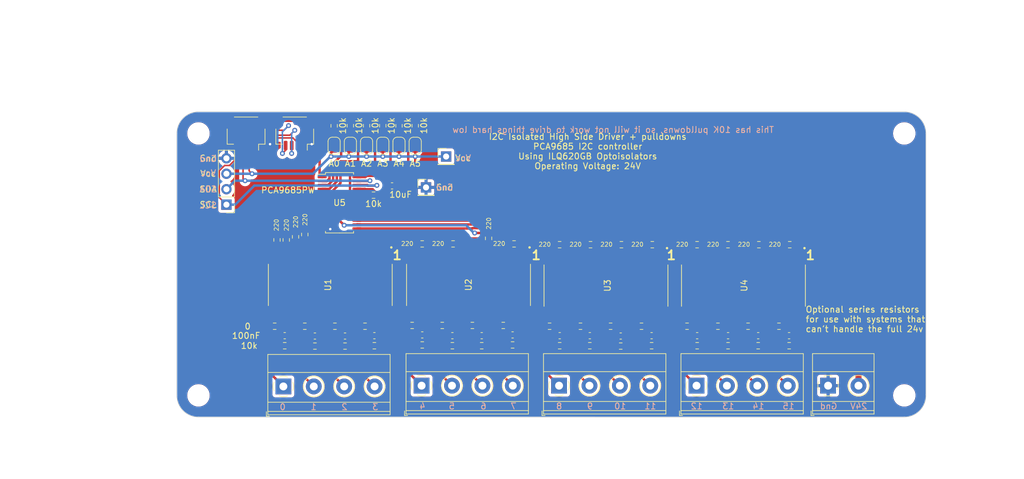
<source format=kicad_pcb>
(kicad_pcb (version 20221018) (generator pcbnew)
  (layers (0 "F.Cu" signal) (31 "B.Cu" signal) (34 "B.Paste" user) (35 "F.Paste" user) (36 "B.SilkS" user "B.Silkscreen") (37 "F.SilkS" user "F.Silkscreen") (38 "B.Mask" user) (39 "F.Mask" user) (44 "Edge.Cuts" user))
  (net 0 "")
  (net 1 "Net-(C1-Pad1)")
  (net 2 "GND")
  (net 3 "Net-(C2-Pad1)")
  (net 4 "Net-(C3-Pad1)")
  (net 5 "Net-(C4-Pad1)")
  (net 6 "Net-(C5-Pad1)")
  (net 7 "Net-(C6-Pad1)")
  (net 8 "Net-(C7-Pad1)")
  (net 9 "Net-(C8-Pad1)")
  (net 10 "Net-(C9-Pad1)")
  (net 11 "Net-(C10-Pad1)")
  (net 12 "Net-(C11-Pad1)")
  (net 13 "Net-(C12-Pad1)")
  (net 14 "Net-(C13-Pad1)")
  (net 15 "Net-(C14-Pad1)")
  (net 16 "Net-(C15-Pad1)")
  (net 17 "Net-(C16-Pad1)")
  (net 18 "VCC")
  (net 19 "+24V")
  (net 20 "/scl")
  (net 21 "/sda")
  (net 22 "Net-(J2-Pin_1)")
  (net 23 "Net-(J2-Pin_2)")
  (net 24 "Net-(J2-Pin_3)")
  (net 25 "Net-(J2-Pin_4)")
  (net 26 "Net-(J3-Pin_1)")
  (net 27 "Net-(J3-Pin_2)")
  (net 28 "Net-(R1-Pad1)")
  (net 29 "/pwm0")
  (net 30 "Net-(R2-Pad1)")
  (net 31 "/pwm1")
  (net 32 "Net-(R3-Pad1)")
  (net 33 "/pwm2")
  (net 34 "Net-(R4-Pad1)")
  (net 35 "/pwm3")
  (net 36 "Net-(R5-Pad1)")
  (net 37 "/pwm4")
  (net 38 "Net-(R6-Pad1)")
  (net 39 "/pwm5")
  (net 40 "Net-(R7-Pad1)")
  (net 41 "/pwm6")
  (net 42 "Net-(R8-Pad1)")
  (net 43 "/pwm7")
  (net 44 "Net-(R9-Pad1)")
  (net 45 "/pwm8")
  (net 46 "Net-(R10-Pad1)")
  (net 47 "/pwm9")
  (net 48 "Net-(R11-Pad1)")
  (net 49 "/pwm10")
  (net 50 "Net-(R12-Pad1)")
  (net 51 "/pwm11")
  (net 52 "Net-(R13-Pad1)")
  (net 53 "/pwm12")
  (net 54 "Net-(R14-Pad1)")
  (net 55 "/pwm13")
  (net 56 "Net-(R15-Pad1)")
  (net 57 "/pwm14")
  (net 58 "Net-(R16-Pad1)")
  (net 59 "/pwm15")
  (net 60 "Net-(J3-Pin_3)")
  (net 61 "Net-(J3-Pin_4)")
  (net 62 "Net-(J4-Pin_1)")
  (net 63 "Net-(J4-Pin_2)")
  (net 64 "Net-(J4-Pin_3)")
  (net 65 "Net-(J4-Pin_4)")
  (net 66 "Net-(J5-Pin_1)")
  (net 67 "Net-(J5-Pin_2)")
  (net 68 "Net-(J5-Pin_3)")
  (net 69 "Net-(J5-Pin_4)")
  (net 70 "Net-(JP1-B)")
  (net 71 "Net-(JP2-B)")
  (net 72 "Net-(JP3-B)")
  (net 73 "Net-(JP4-B)")
  (net 74 "Net-(JP5-B)")
  (net 75 "Net-(JP6-B)")
  (net 76 "Net-(U5-~{OE})")
  (footprint "TerminalBlock_Phoenix:TerminalBlock_Phoenix_MKDS-1,5-2_1x02_P5.00mm_Horizontal" (layer "F.Cu") (at 197.946 125.313)
    (fp_text reference "J1" hide)
    (fp_text value "power in")
  )
  (footprint "TerminalBlock_Phoenix:TerminalBlock_Phoenix_MKDS-1,5-4_1x04_P5.00mm_Horizontal" (layer "F.Cu") (at 153.703 125.313)
    (fp_text reference "J4" hide)
    (fp_text value "Conn_01x04")
  )
  (footprint "Resistor_SMD:R_0603_1608Metric" (layer "F.Cu") (at 167.259 115.5385 180)
    (fp_text reference "R51" hide)
    (fp_text value "0" hide)
  )
  (footprint "Resistor_SMD:R_0603_1608Metric" (layer "F.Cu") (at 153.797 102.1265 180)
    (fp_text reference "R9" hide)
    (fp_text value "220")
  )
  (footprint "Resistor_SMD:R_0603_1608Metric" (layer "F.Cu") (at 157.226 115.5385 180)
    (fp_text reference "R49" hide)
    (fp_text value "0" hide)
  )
  (footprint "Evan's misc parts:OPTO_ILQ620GB-X009" (layer "F.Cu") (at 116.078 108.7415 -90)
    (fp_text reference "U1")
    (fp_text value "ILQ620GB-X009")
  )
  (footprint "Resistor_SMD:R_0603_1608Metric" (layer "F.Cu") (at 134.493 115.4115 180)
    (fp_text reference "R45" hide)
    (fp_text value "0" hide)
  )
  (footprint "Resistor_SMD:R_0603_1608Metric" (layer "F.Cu") (at 131.204 118.618)
    (fp_text reference "R21" hide)
    (fp_text value "10k" hide)
  )
  (footprint "Resistor_SMD:R_0603_1608Metric" (layer "F.Cu") (at 139.446 115.4115 180)
    (fp_text reference "R46" hide)
    (fp_text value "0" hide)
  )
  (footprint "Capacitor_SMD:C_0603_1608Metric" (layer "F.Cu") (at 186.449 117.094)
    (fp_text reference "C15" hide)
    (fp_text value "100nF" hide)
  )
  (footprint "Evan's misc parts:OPTO_ILQ620GB-X009" (layer "F.Cu") (at 184.023 108.8575 -90)
    (fp_text reference "U4")
    (fp_text value "ILQ620GB-X009")
  )
  (footprint "Capacitor_SMD:C_0603_1608Metric" (layer "F.Cu") (at 168.923 117.094)
    (fp_text reference "C12" hide)
    (fp_text value "100nF" hide)
  )
  (footprint "Resistor_SMD:R_0603_1608Metric" (layer "F.Cu") (at 146.063 118.618)
    (fp_text reference "R24" hide)
    (fp_text value "10k" hide)
  )
  (footprint "Jumper:SolderJumper-2_P1.3mm_Open_RoundedPad1.0x1.5mm" (layer "F.Cu") (at 130.048 85.852 90)
    (fp_text reference "JP6" hide)
    (fp_text value "Jumper_2_Open" hide)
  )
  (footprint "Capacitor_SMD:C_0603_1608Metric" (layer "F.Cu") (at 108.585 117.094)
    (fp_text reference "C1" hide)
    (fp_text value "100nF")
  )
  (footprint "Capacitor_SMD:C_0603_1608Metric" (layer "F.Cu") (at 181.496 117.094)
    (fp_text reference "C14" hide)
    (fp_text value "100nF" hide)
  )
  (footprint "Resistor_SMD:R_0603_1608Metric" (layer "F.Cu") (at 116.713 82.58 90)
    (fp_text reference "R33" hide)
    (fp_text value "10k")
  )
  (footprint "Resistor_SMD:R_0603_1608Metric" (layer "F.Cu") (at 131.191 101.9995 180)
    (fp_text reference "R5" hide)
    (fp_text value "220")
  )
  (footprint "Resistor_SMD:R_0603_1608Metric" (layer "F.Cu") (at 113.551 118.8005)
    (fp_text reference "R18" hide)
    (fp_text value "10k" hide)
  )
  (footprint "Jumper:SolderJumper-2_P1.3mm_Open_RoundedPad1.0x1.5mm" (layer "F.Cu") (at 122.047 85.852 90)
    (fp_text reference "JP3" hide)
    (fp_text value "Jumper_2_Open" hide)
  )
  (footprint "Resistor_SMD:R_0603_1608Metric" (layer "F.Cu") (at 152.146 115.5385 180)
    (fp_text reference "R48" hide)
    (fp_text value "0" hide)
  )
  (footprint "Resistor_SMD:R_0603_1608Metric" (layer "F.Cu") (at 191.542 118.745)
    (fp_text reference "R32" hide)
    (fp_text value "10k" hide)
  )
  (footprint "Resistor_SMD:R_0603_1608Metric" (layer "F.Cu") (at 108.839 101.346 90)
    (fp_text reference "R2" hide)
    (fp_text value "220")
  )
  (footprint "Resistor_SMD:R_0603_1608Metric" (layer "F.Cu") (at 184.785 115.5385 180)
    (fp_text reference "R54" hide)
    (fp_text value "0" hide)
  )
  (footprint "Capacitor_SMD:C_0603_1608Metric" (layer "F.Cu") (at 158.763 117.094)
    (fp_text reference "C10" hide)
    (fp_text value "100nF" hide)
  )
  (footprint "Resistor_SMD:R_0603_1608Metric" (layer "F.Cu") (at 111.887 115.5385 180)
    (fp_text reference "R41" hide)
    (fp_text value "0" hide)
  )
  (footprint "Capacitor_SMD:C_0603_1608Metric" (layer "F.Cu") (at 163.843 117.1495)
    (fp_text reference "C11" hide)
    (fp_text value "100nF" hide)
  )
  (footprint "Resistor_SMD:R_0603_1608Metric" (layer "F.Cu") (at 121.793 115.5385 180)
    (fp_text reference "R43" hide)
    (fp_text value "0" hide)
  )
  (footprint "Resistor_SMD:R_0603_1608Metric" (layer "F.Cu") (at 163.843 118.8005)
    (fp_text reference "R27" hide)
    (fp_text value "10k" hide)
  )
  (footprint "Capacitor_SMD:C_0603_1608Metric" (layer "F.Cu") (at 146.063 116.967)
    (fp_text reference "C8" hide)
    (fp_text value "100nF" hide)
  )
  (footprint "Capacitor_SMD:C_0603_1608Metric" (layer "F.Cu") (at 140.983 117.094)
    (fp_text reference "C7" hide)
    (fp_text value "100nF" hide)
  )
  (footprint "TerminalBlock_Phoenix:TerminalBlock_Phoenix_MKDS-1,5-4_1x04_P5.00mm_Horizontal" (layer "F.Cu") (at 108.364 125.44)
    (fp_text reference "J2" hide)
    (fp_text value "Conn_01x04")
  )
  (footprint "Jumper:SolderJumper-2_P1.3mm_Open_RoundedPad1.0x1.5mm" (layer "F.Cu") (at 116.713 85.852 90)
    (fp_text reference "JP1" hide)
    (fp_text value "Jumper_2_Open" hide)
  )
  (footprint "Resistor_SMD:R_0603_1608Metric" (layer "F.Cu") (at 176.416 118.745)
    (fp_text reference "R29" hide)
    (fp_text value "10k" hide)
  )
  (footprint "Resistor_SMD:R_0603_1608Metric" (layer "F.Cu") (at 118.504 118.8005)
    (fp_text reference "R19" hide)
    (fp_text value "10k" hide)
  )
  (footprint "MountingHole:MountingHole_3.2mm_M3" (layer "F.Cu") (at 94.4 83.834)
    (fp_text reference "REF**" hide)
    (fp_text value "MountingHole_3.2mm_M3")
  )
  (footprint "Resistor_SMD:R_0603_1608Metric" (layer "F.Cu") (at 153.81 118.745)
    (fp_text reference "R25" hide)
    (fp_text value "10k" hide)
  )
  (footprint "Resistor_SMD:R_0603_1608Metric" (layer "F.Cu") (at 169.037 102.1265 180)
    (fp_text reference "R12" hide)
    (fp_text value "220")
  )
  (footprint "Capacitor_SMD:C_0603_1608Metric" (layer "F.Cu") (at 191.529 117.094)
    (fp_text reference "C16" hide)
    (fp_text value "100nF" hide)
  )
  (footprint "TerminalBlock_Phoenix:TerminalBlock_Phoenix_MKDS-1,5-4_1x04_P5.00mm_Horizontal" (layer "F.Cu") (at 131.097 125.313)
    (fp_text reference "J3" hide)
    (fp_text value "Conn_01x04")
  )
  (footprint "Resistor_SMD:R_0603_1608Metric" (layer "F.Cu") (at 110.363 100.838 90)
    (fp_text reference "R3" hide)
    (fp_text value "220")
  )
  (footprint "Resistor_SMD:R_0603_1608Metric" (layer "F.Cu") (at 106.934 115.5385 180)
    (fp_text reference "R40" hide)
    (fp_text value "0")
  )
  (footprint "Connector_JST:JST_SH_SM04B-SRSS-TB_1x04-1MP_P1.00mm_Horizontal" (layer "F.Cu") (at 110.236 83.82 180)
    (fp_text reference "J7" hide)
    (fp_text value "qwiic 1")
  )
  (footprint "Jumper:SolderJumper-2_P1.3mm_Open_RoundedPad1.0x1.5mm" (layer "F.Cu") (at 119.38 85.852 90)
    (fp_text reference "JP2" hide)
    (fp_text value "Jumper_2_Open" hide)
  )
  (footprint "Capacitor_SMD:C_0603_1608Metric" (layer "F.Cu") (at 126.238 92.456)
    (fp_text reference "C17" hide)
    (fp_text value "10uF")
  )
  (footprint "Resistor_SMD:R_0603_1608Metric" (layer "F.Cu") (at 162.179 115.5385 180)
    (fp_text reference "R50" hide)
    (fp_text value "0" hide)
  )
  (footprint "Resistor_SMD:R_0603_1608Metric" (layer "F.Cu") (at 163.957 102.1265 180)
    (fp_text reference "R11" hide)
    (fp_text value "220")
  )
  (footprint "Resistor_SMD:R_0603_1608Metric" (layer "F.Cu") (at 123.33 118.745)
    (fp_text reference "R20" hide)
    (fp_text value "10k" hide)
  )
  (footprint "Resistor_SMD:R_0603_1608Metric" (layer "F.Cu") (at 111.887 100.457 90)
    (fp_text reference "R4" hide)
    (fp_text value "220")
  )
  (footprint "Resistor_SMD:R_0603_1608Metric" (layer "F.Cu") (at 130.048 82.565 90)
    (fp_text reference "R38" hide)
    (fp_text value "10k")
  )
  (footprint "Resistor_SMD:R_0603_1608Metric" (layer "F.Cu") (at 129.54 115.4115 180)
    (fp_text reference "R44" hide)
    (fp_text value "0" hide)
  )
  (footprint "Connector_PinHeader_2.54mm:PinHeader_1x04_P2.54mm_Vertical" (layer "F.Cu") (at 99 95.544 180)
    (fp_text reference "J6" hide)
    (fp_text value "to qwiic breakout")
  )
  (footprint "Resistor_SMD:R_0603_1608Metric" (layer "F.Cu") (at 123.19 93.98)
    (fp_text reference "R39" hide)
    (fp_text value "10k")
  )
  (footprint "Capacitor_SMD:C_0603_1608Metric" (layer "F.Cu") (at 136.157 117.094)
    (fp_text reference "C6" hide)
    (fp_text value "100nF" hide)
  )
  (footprint "Resistor_SMD:R_0603_1608Metric" (layer "F.Cu") (at 158.877 102.1265 180)
    (fp_text reference "R10" hide)
    (fp_text value "220")
  )
  (footprint "Resistor_SMD:R_0603_1608Metric" (layer "F.Cu") (at 140.983 118.745)
    (fp_text reference "R23" hide)
    (fp_text value "10k" hide)
  )
  (footprint "Capacitor_SMD:C_0603_1608Metric" (layer "F.Cu") (at 113.551 117.1495)
    (fp_text reference "C2" hide)
    (fp_text value "100nF" hide)
  )
  (footprint "Resistor_SMD:R_0603_1608Metric" (layer "F.Cu") (at 181.483 102.1265 180)
    (fp_text reference "R14" hide)
    (fp_text value "220")
  )
  (footprint "Capacitor_SMD:C_0603_1608Metric" (layer "F.Cu") (at 176.416 117.094)
    (fp_text reference "C13" hide)
    (fp_text value "100nF" hide)
  )
  (footprint "Package_SO:TSSOP-28_4.4x9.7mm_P0.65mm" (layer "F.Cu") (at 117.602 95.239)
    (fp_text reference "U5")
    (fp_text value "PCA9685PW")
  )
  (footprint "TerminalBlock_Phoenix:TerminalBlock_Phoenix_MKDS-1,5-4_1x04_P5.00mm_Horizontal" (layer "F.Cu") (at 176.309 125.313)
    (fp_text reference "J5" hide)
    (fp_text value "Conn_01x04")
  )
  (footprint "Resistor_SMD:R_0603_1608Metric" (layer "F.Cu") (at 127.381 82.58 90)
    (fp_text reference "R37" hide)
    (fp_text value "10k")
  )
  (footprint "Connector_PinHeader_2.54mm:PinHeader_1x01_P2.54mm_Vertical" (layer "F.Cu") (at 131.826 92.71)
    (fp_text reference "J10" hide)
    (fp_text value "Conn_01x01" hide)
  )
  (footprint "MountingHole:MountingHole_3.2mm_M3" (layer "F.Cu") (at 210.479 83.834)
    (fp_text reference "REF**" hide)
    (fp_text value "MountingHole_3.2mm_M3")
  )
  (footprint "Resistor_SMD:R_0603_1608Metric" (layer "F.Cu") (at 108.585 118.745)
    (fp_text reference "R17" hide)
    (fp_text value "10k")
  )
  (footprint "Resistor_SMD:R_0603_1608Metric" (layer "F.Cu") (at 146.304 101.9995 180)
    (fp_text reference "R8" hide)
    (fp_text value "220")
  )
  (footprint "Resistor_SMD:R_0603_1608Metric" (layer "F.Cu") (at 168.923 118.745)
    (fp_text reference "R28" hide)
    (fp_text value "10k" hide)
  )
  (footprint "Resistor_SMD:R_0603_1608Metric" (layer "F.Cu") (at 179.832 115.5385 180)
    (fp_text reference "R53" hide)
    (fp_text value "0" hide)
  )
  (footprint "Resistor_SMD:R_0603_1608Metric" (layer "F.Cu") (at 136.157 118.745)
    (fp_text reference "R22" hide)
    (fp_text value "10k" hide)
  )
  (footprint "Connector_JST:JST_SH_SM04B-SRSS-TB_1x04-1MP_P1.00mm_Horizontal" (layer "F.Cu") (at 102.235 83.82 180)
    (fp_text reference "J8" hide)
    (fp_text value "qwiic 2")
  )
  (footprint "Resistor_SMD:R_0603_1608Metric" (layer "F.Cu") (at 174.752 115.5385 180)
    (fp_text reference "R52" hide)
    (fp_text value "0" hide)
  )
  (footprint "Connector_PinHeader_2.54mm:PinHeader_1x01_P2.54mm_Vertical" (layer "F.Cu") (at 135.128 87.63)
    (fp_text reference "J9" hide)
    (fp_text value "Conn_01x01" hide)
  )
  (footprint "Resistor_SMD:R_0603_1608Metric" (layer "F.Cu") (at 107.315 101.346 90)
    (fp_text reference "R1" hide)
    (fp_text value "220")
  )
  (footprint "Capacitor_SMD:C_0603_1608Metric" (layer "F.Cu") (at 118.504 117.1495)
    (fp_text reference "C3" hide)
    (fp_text value "100nF" hide)
  )
  (footprint "Capacitor_SMD:C_0603_1608Metric" (layer "F.Cu") (at 131.204 116.967)
    (fp_text reference "C5" hide)
    (fp_text value "100nF" hide)
  )
  (footprint "MountingHole:MountingHole_3.2mm_M3" (layer "F.Cu") (at 210.479 126.913)
    (fp_text reference "REF**" hide)
    (fp_text value "MountingHole_3.2mm_M3")
  )
  (footprint "Resistor_SMD:R_0603_1608Metric" (layer "F.Cu") (at 124.714 82.565 90)
    (fp_text reference "R36" hide)
    (fp_text value "10k")
  )
  (footprint "Resistor_SMD:R_0603_1608Metric" (layer "F.Cu") (at 191.643 102.1265 180)
    (fp_text reference "R16" hide)
    (fp_text value "220")
  )
  (footprint "Resistor_SMD:R_0603_1608Metric" (layer "F.Cu") (at 122.047 82.565 90)
    (fp_text reference "R35" hide)
    (fp_text value "10k")
  )
  (footprint "Jumper:SolderJumper-2_P1.3mm_Open_RoundedPad1.0x1.5mm" (layer "F.Cu") (at 127.381 85.852 90)
    (fp_text reference "JP5" hide)
    (fp_text value "Jumper_2_Open" hide)
  )
  (footprint "Resistor_SMD:R_0603_1608Metric" (layer "F.Cu") (at 144.526 115.4115 180)
    (fp_text reference "R47" hide)
    (fp_text value "0" hide)
  )
  (footprint "Resistor_SMD:R_0603_1608Metric" (layer "F.Cu") (at 158.763 118.745)
    (fp_text reference "R26" hide)
    (fp_text value "10k" hide)
  )
  (footprint "Evan's misc parts:OPTO_ILQ620GB-X009" (layer "F.Cu") (at 138.811 108.7415 -90)
    (fp_text reference "U2")
    (fp_text value "ILQ620GB-X009")
  )
  (footprint "Jumper:SolderJumper-2_P1.3mm_Open_RoundedPad1.0x1.5mm" (layer "F.Cu") (at 124.714 85.852 90)
    (fp_text reference "JP4" hide)
    (fp_text value "Jumper_2_Open" hide)
  )
  (footprint "Evan's misc parts:OPTO_ILQ620GB-X009" (layer "F.Cu") (at 161.417 108.8575 -90)
    (fp_text reference "U3")
    (fp_text value "ILQ620GB-X009")
  )
  (footprint "Resistor_SMD:R_0603_1608Metric" (layer "F.Cu") (at 176.403 102.1265 180)
    (fp_text reference "R13" hide)
    (fp_text value "220")
  )
  (footprint "Capacitor_SMD:C_0603_1608Metric" (layer "F.Cu") (at 123.33 117.094)
    (fp_text reference "C4" hide)
    (fp_text value "100nF" hide)
  )
  (footprint "Resistor_SMD:R_0603_1608Metric" (layer "F.Cu") (at 116.84 115.5385 180)
    (fp_text reference "R42" hide)
    (fp_text value "0" hide)
  )
  (footprint "Resistor_SMD:R_0603_1608Metric" (layer "F.Cu") (at 142.113 101.092 90)
    (fp_text reference "R7" hide)
    (fp_text value "220")
  )
  (footprint "Resistor_SMD:R_0603_1608Metric" (layer "F.Cu") (at 136.271 101.9995 180)
    (fp_text reference "R6" hide)
    (fp_text value "220")
  )
  (footprint "Resistor_SMD:R_0603_1608Metric" (layer "F.Cu") (at 186.449 118.745)
    (fp_text reference "R31" hide)
    (fp_text value "10k" hide)
  )
  (footprint "Resistor_SMD:R_0603_1608Metric" (layer "F.Cu") (at 181.496 118.745)
    (fp_text reference "R30" hide)
    (fp_text value "10k" hide)
  )
  (footprint "MountingHole:MountingHole_3.2mm_M3" (layer "F.Cu") (at 94.4 126.913)
    (fp_text reference "REF**" hide)
    (fp_text value "MountingHole_3.2mm_M3")
  )
  (footprint "Resistor_SMD:R_0603_1608Metric" (layer "F.Cu") (at 189.865 115.5385 180)
    (fp_text reference "R55" hide)
    (fp_text value "0" hide)
  )
  (footprint "Resistor_SMD:R_0603_1608Metric" (layer "F.Cu") (at 119.38 82.565 90)
    (fp_text reference "R34" hide)
    (fp_text value "10k")
  )
  (footprint "Capacitor_SMD:C_0603_1608Metric" (layer "F.Cu") (at 153.81 117.094)
    (fp_text reference "C9" hide)
    (fp_text value "100nF" hide)
  )
  (footprint "Resistor_SMD:R_0603_1608Metric" (layer "F.Cu") (at 186.563 102.1265 180)
    (fp_text reference "R15" hide)
    (fp_text value "220")
  )
  (gr_arc (start 94.4 130.469) (mid 91.885528 129.427472) (end 90.844 126.913) (stroke (width 0.1)) (layer "Edge.Cuts"))
  (gr_line (start 90.844 83.834) (end 90.844 126.913) (stroke (width 0.1)) (layer "Edge.Cuts"))
  (gr_line (start 94.4 80.278) (end 210.479 80.278) (stroke (width 0.1)) (layer "Edge.Cuts"))
  (gr_line (start 210.479 130.471267) (end 94.4 130.469) (stroke (width 0.1)) (layer "Edge.Cuts"))
  (gr_arc (start 214.035 126.786) (mid 213.039582 129.383766) (end 210.479 130.471267) (stroke (width 0.1)) (layer "Edge.Cuts"))
  (gr_arc (start 90.844 83.834) (mid 91.885528 81.319528) (end 94.4 80.278) (stroke (width 0.1)) (layer "Edge.Cuts"))
  (gr_arc (start 210.479 80.278) (mid 212.993472 81.319528) (end 214.035 83.834) (stroke (width 0.1)) (layer "Edge.Cuts"))
  (gr_line (start 214.035 83.834) (end 214.035 126.786) (stroke (width 0.1)) (layer "Edge.Cuts"))
  (gr_text "11" (at 168.696 128.691) (layer "B.SilkS") (effects (font (size 1 1)) (justify mirror)))
  (gr_text "1" (at 113.324 128.818) (layer "B.SilkS") (effects (font (size 1 1)) (justify mirror)))
  (gr_text "Gnd" (at 198.033 128.691) (layer "B.SilkS") (effects (font (size 1 1)) (justify mirror)))
  (gr_text "13" (at 181.523 128.691) (layer "B.SilkS") (effects (font (size 1 1)) (justify mirror)))
  (gr_text "Vcc" (at 137.922 87.884) (layer "B.SilkS") (effects (font (size 1 1)) (justify mirror)))
  (gr_text "This has 10K pulldowns, so it will not work to drive things hard low" (at 162.6 83.225) (layer "B.SilkS") (effects (font (size 1 1)) (justify mirror)))
  (gr_text "0" (at 108.244 128.818) (layer "B.SilkS") (effects (font (size 1 1)) (justify mirror)))
  (gr_text "6" (at 141.264 128.691) (layer "B.SilkS") (effects (font (size 1 1)) (justify mirror)))
  (gr_text "Gnd" (at 96 88) (layer "B.SilkS") (effects (font (size 1 1)) (justify mirror)))
  (gr_text "SCL" (at 96 95.671) (layer "B.SilkS") (effects (font (size 1 1)) (justify mirror)))
  (gr_text "Gnd" (at 134.874 92.71) (layer "B.SilkS") (effects (font (size 1 1)) (justify mirror)))
  (gr_text "14" (at 186.476 128.691) (layer "B.SilkS") (effects (font (size 1 1)) (justify mirror)))
  (gr_text "9" (at 158.79 128.691) (layer "B.SilkS") (effects (font (size 1 1)) (justify mirror)))
  (gr_text "12" (at 176.316 128.691) (layer "B.SilkS") (effects (font (size 1 1)) (justify mirror)))
  (gr_text "24V" (at 202.986 128.691) (layer "B.SilkS") (effects (font (size 1 1)) (justify mirror)))
  (gr_text "10" (at 163.743 128.691) (layer "B.SilkS") (effects (font (size 1 1)) (justify mirror)))
  (gr_text "5" (at 136.057 128.691) (layer "B.SilkS") (effects (font (size 1 1)) (justify mirror)))
  (gr_text "8" (at 153.71 128.691) (layer "B.SilkS") (effects (font (size 1 1)) (justify mirror)))
  (gr_text "2" (at 118.404 128.818) (layer "B.SilkS") (effects (font (size 1 1)) (justify mirror)))
  (gr_text "7" (at 146.217 128.691) (layer "B.SilkS") (effects (font (size 1 1)) (justify mirror)))
  (gr_text "3" (at 123.484 128.818) (layer "B.SilkS") (effects (font (size 1 1)) (justify mirror)))
  (gr_text "15" (at 191.429 128.691) (layer "B.SilkS") (effects (font (size 1 1)) (justify mirror)))
  (gr_text "Vcc" (at 96 90.337) (layer "B.SilkS") (effects (font (size 1 1)) (justify mirror)))
  (gr_text "4" (at 131.231 128.691) (layer "B.SilkS") (effects (font (size 1 1)) (justify mirror)))
  (gr_text "SDA" (at 96 93) (layer "B.SilkS") (effects (font (size 1 1)) (justify mirror)))
  (gr_text "I2C Isolated High Side Driver + pulldowns\nPCA9685 I2C controller\nUsing ILQ620GB Optoisolators\nOperating Voltage: 24V\n" (at 158.409 86.781) (layer "F.SilkS") (effects (font (size 1 1))))
  (gr_text "Gnd" (at 134.874 92.71) (layer "F.SilkS") (effects (font (size 1 1))))
  (gr_text "A2" (at 122.047 88.773) (layer "F.SilkS") (effects (font (size 1 1))))
  (gr_text "A4" (at 127.381 88.773) (layer "F.SilkS") (effects (font (size 1 1))))
  (gr_text "Optional series resistors\nfor use with systems that\ncan't handle the full 24v" (at 194.183 116.586) (layer "F.SilkS") (effects (font (size 1 1)) (justify left bottom)))
  (gr_text "1" (at 127.087 103.8645) (layer "F.SilkS") (effects (font (size 1.5 1.5) (thickness 0.3))))
  (gr_text "Vcc" (at 137.922 87.884) (layer "F.SilkS") (effects (font (size 1 1))))
  (gr_text "SCL" (at 96 95.544) (layer "F.SilkS") (effects (font (size 1 1))))
  (gr_text "1" (at 172.172 103.8645) (layer "F.SilkS") (effects (font (size 1.5 1.5) (thickness 0.3))))
  (gr_text "A3" (at 124.714 88.773) (layer "F.SilkS") (effects (font (size 1 1))))
  (gr_text "A1" (at 119.38 88.773) (layer "F.SilkS") (effects (font (size 1 1))))
  (gr_text "1" (at 195.032 103.8645) (layer "F.SilkS") (effects (font (size 1.5 1.5) (thickness 0.3))))
  (gr_text "SDA" (at 96 93) (layer "F.SilkS") (effects (font (size 1 1))))
  (gr_text "Vcc" (at 96 90.434) (layer "F.SilkS") (effects (font (size 1 1))))
  (gr_text "A5" (at 130.048 88.773) (layer "F.SilkS") (effects (font (size 1 1))))
  (gr_text "1" (at 149.947 103.8645) (layer "F.SilkS") (effects (font (size 1.5 1.5) (thickness 0.3))))
  (gr_text "Gnd" (at 96 87.934) (layer "F.SilkS") (effects (font (size 1 1))))
  (gr_text "A0" (at 116.713 88.773) (layer "F.SilkS") (effects (font (size 1 1))))
  (segment (start 107.759 115.5385) (end 107.759 118.744) (width 0.4) (layer "F.Cu") (net 1))
  (segment (start 107.188 114.9675) (end 107.759 115.5385) (width 0.4) (layer "F.Cu") (net 1))
  (segment (start 107.188 113.5015) (end 107.188 114.9675) (width 0.4) (layer "F.Cu") (net 1))
  (segment (start 107.759 118.744) (end 107.76 118.745) (width 0.4) (layer "F.Cu") (net 1))
  (segment (start 145.161 106.807) (end 152.527 106.807) (width 0.4) (layer "F.Cu") (net 2))
  (segment (start 112.395 106.807) (end 107.442 106.807) (width 0.4) (layer "F.Cu") (net 2))
  (segment (start 185.293 106.807) (end 190.373 106.807) (width 0.4) (layer "F.Cu") (net 2))
  (segment (start 134.493 106.807) (end 135.001 106.807) (width 0.4) (layer "F.Cu") (net 2))
  (segment (start 175.133 106.68) (end 175.26 106.807) (width 0.4) (layer "F.Cu") (net 2))
  (segment (start 139.827 106.807) (end 145.161 106.807) (width 0.4) (layer "F.Cu") (net 2))
  (segment (start 127 92.469) (end 127.013 92.456) (width 0.4) (layer "F.Cu") (net 2))
  (segment (start 122.428 106.807) (end 122.174 106.807) (width 0.4) (layer "F.Cu") (net 2))
  (segment (start 112.268 103.9815) (end 112.268 106.68) (width 0.4) (layer "F.Cu") (net 2))
  (segment (start 157.607 106.807) (end 157.607 104.0975) (width 0.4) (layer "F.Cu") (net 2))
  (segment (start 167.767 106.68) (end 167.894 106.807) (width 0.4) (layer "F.Cu") (net 2))
  (segment (start 107.442 106.807) (end 107.188 106.553) (width 0.4) (layer "F.Cu") (net 2))
  (segment (start 140.081 106.807) (end 140.081 103.9815) (width 0.4) (layer "F.Cu") (net 2))
  (segment (start 112.268 106.68) (end 112.395 106.807) (width 0.4) (layer "F.Cu") (net 2))
  (segment (start 167.894 106.807) (end 175.26 106.807) (width 0.4) (layer "F.Cu") (net 2))
  (segment (start 127 93.98) (end 127 92.469) (width 0.4) (layer "F.Cu") (net 2))
  (segment (start 180.34 106.807) (end 185.293 106.807) (width 0.4) (layer "F.Cu") (net 2))
  (segment (start 124.015 93.98) (end 127 93.98) (width 0.4) (layer "F.Cu") (net 2))
  (segment (start 129.921 106.807) (end 129.921 103.9815) (width 0.4) (layer "F.Cu") (net 2))
  (segment (start 139.827 106.807) (end 140.081 106.807) (width 0.4) (layer "F.Cu") (net 2))
  (segment (start 99.435 85.731) (end 99 86.166) (width 0.4) (layer "F.Cu") (net 2))
  (segment (start 134.493 106.807) (end 139.827 106.807) (width 0.4) (layer "F.Cu") (net 2))
  (segment (start 107.188 106.553) (end 107.188 103.9815) (width 0.4) (layer "F.Cu") (net 2))
  (segment (start 117.475 104.1085) (end 117.348 103.9815) (width 0.4) (layer "F.Cu") (net 2))
  (segment (start 157.607 106.807) (end 162.687 106.807) (width 0.4) (layer "F.Cu") (net 2))
  (segment (start 180.213 106.68) (end 180.34 106.807) (width 0.4) (layer "F.Cu") (net 2))
  (segment (start 162.687 106.807) (end 162.687 104.0975) (width 0.4) (layer "F.Cu") (net 2))
  (segment (start 122.428 103.9815) (end 122.428 106.807) (width 0.4) (layer "F.Cu") (net 2))
  (segment (start 123.042 93.007) (end 124.015 93.98) (width 0.4) (layer "F.Cu") (net 2))
  (segment (start 180.213 104.0975) (end 180.213 106.68) (width 0.4) (layer "F.Cu") (net 2))
  (segment (start 117.475 106.807) (end 112.395 106.807) (width 0.4) (layer "F.Cu") (net 2))
  (segment (start 120.4645 92.964) (end 121.793 92.964) (width 0.4) (layer "F.Cu") (net 2))
  (segment (start 112.841 81.75) (end 113.036 81.945) (width 0.4) (layer "F.Cu") (net 2))
  (segment (start 129.921 106.807) (end 134.493 106.807) (width 0.4) (layer "F.Cu") (net 2))
  (segment (start 175.26 106.807) (end 180.34 106.807) (width 0.4) (layer "F.Cu") (net 2))
  (segment (start 121.836 93.007) (end 123.042 93.007) (width 0.4) (layer "F.Cu") (net 2))
  (segment (start 99.435 81.945) (end 99.435 85.731) (width 0.4) (layer "F.Cu") (net 2))
  (segment (start 117.475 106.807) (end 117.475 104.1085) (width 0.4) (layer "F.Cu") (net 2))
  (segment (start 122.174 106.807) (end 129.921 106.807) (width 0.4) (layer "F.Cu") (net 2))
  (segment (start 135.001 106.807) (end 135.001 103.9815) (width 0.4) (layer "F.Cu") (net 2))
  (segment (start 105.035 81.945) (end 107.436 81.945) (width 0.4) (layer "F.Cu") (net 2))
  (segment (start 105.035 81.945) (end 99.435 81.945) (width 0.4) (layer "F.Cu") (net 2))
  (segment (start 162.687 106.807) (end 167.894 106.807) (width 0.4) (layer "F.Cu") (net 2))
  (segment (start 175.133 104.0975) (end 175.133 106.68) (width 0.4) (layer "F.Cu") (net 2))
  (segment (start 114.7395 99.464) (end 115.974 99.464) (width 0.4) (layer "F.Cu") (net 2))
  (segment (start 121.793 92.964) (end 121.836 93.007) (width 0.4) (layer "F.Cu") (net 2))
  (segment (start 152.527 106.807) (end 157.607 106.807) (width 0.4) (layer "F.Cu") (net 2))
  (segment (start 107.436 81.945) (end 107.631 81.75) (width 0.4) (layer "F.Cu") (net 2))
  (segment (start 122.174 106.807) (end 117.475 106.807) (width 0.4) (layer "F.Cu") (net 2))
  (segment (start 190.373 106.807) (end 190.373 104.0975) (width 0.4) (layer "F.Cu") (net 2))
  (segment (start 185.293 104.0975) (end 185.293 106.807) (width 0.4) (layer "F.Cu") (net 2))
  (segment (start 99 86.166) (end 99 87.924) (width 0.4) (layer "F.Cu") (net 2))
  (segment (start 107.631 81.75) (end 112.841 81.75) (width 0.4) (layer "F.Cu") (net 2))
  (segment (start 115.974 99.464) (end 116.078 99.568) (width 0.4) (layer "F.Cu") (net 2))
  (segment (start 167.767 104.0975) (end 167.767 106.68) (width 0.4) (layer "F.Cu") (net 2))
  (segment (start 152.527 104.0975) (end 152.527 106.807) (width 0.4) (layer "F.Cu") (net 2))
  (segment (start 145.161 106.807) (end 145.161 103.9815) (width 0.4) (layer "F.Cu") (net 2))
  (via (at 113.03 85.598) (size 0.8) (drill 0.4) (layers "F.Cu" "B.Cu") (net 2))
  (via (at 106.172 85.598) (size 0.8) (drill 0.4) (layers "F.Cu" "B.Cu") (net 2))
  (via (at 116.078 99.568) (size 0.8) (drill 0.4) (layers "F.Cu" "B.Cu") (net 2))
  (segment (start 112.268 113.5015) (end 112.268 115.0945) (width 0.4) (layer "F.Cu") (net 3))
  (segment (start 112.712 115.5385) (end 112.712 118.7865) (width 0.4) (layer "F.Cu") (net 3))
  (segment (start 112.712 118.7865) (end 112.726 118.8005) (width 0.4) (layer "F.Cu") (net 3))
  (segment (start 112.268 115.0945) (end 112.712 115.5385) (width 0.4) (layer "F.Cu") (net 3))
  (segment (start 117.348 113.5015) (end 117.348 115.2215) (width 0.4) (layer "F.Cu") (net 4))
  (segment (start 117.665 118.7865) (end 117.679 118.8005) (width 0.4) (layer "F.Cu") (net 4))
  (segment (start 117.348 115.2215) (end 117.665 115.5385) (width 0.4) (layer "F.Cu") (net 4))
  (segment (start 117.665 115.5385) (end 117.665 118.7865) (width 0.4) (layer "F.Cu") (net 4))
  (segment (start 122.618 118.632) (end 122.505 118.745) (width 0.4) (layer "F.Cu") (net 5))
  (segment (start 122.618 115.5385) (end 122.618 118.632) (width 0.4) (layer "F.Cu") (net 5))
  (segment (start 122.428 115.3485) (end 122.618 115.5385) (width 0.4) (layer "F.Cu") (net 5))
  (segment (start 122.428 113.5015) (end 122.428 115.3485) (width 0.4) (layer "F.Cu") (net 5))
  (segment (start 130.365 115.4115) (end 130.365 118.604) (width 0.4) (layer "F.Cu") (net 6))
  (segment (start 130.365 118.604) (end 130.379 118.618) (width 0.4) (layer "F.Cu") (net 6))
  (segment (start 129.921 114.9675) (end 130.365 115.4115) (width 0.4) (layer "F.Cu") (net 6))
  (segment (start 129.921 113.5015) (end 129.921 114.9675) (width 0.4) (layer "F.Cu") (net 6))
  (segment (start 135.318 115.4115) (end 135.318 118.731) (width 0.4) (layer "F.Cu") (net 7))
  (segment (start 135.001 113.5015) (end 135.001 115.0945) (width 0.4) (layer "F.Cu") (net 7))
  (segment (start 135.001 115.0945) (end 135.318 115.4115) (width 0.4) (layer "F.Cu") (net 7))
  (segment (start 135.318 118.731) (end 135.332 118.745) (width 0.4) (layer "F.Cu") (net 7))
  (segment (start 140.271 118.632) (end 140.158 118.745) (width 0.4) (layer "F.Cu") (net 8))
  (segment (start 140.081 113.5015) (end 140.081 115.2215) (width 0.4) (layer "F.Cu") (net 8))
  (segment (start 140.081 115.2215) (end 140.271 115.4115) (width 0.4) (layer "F.Cu") (net 8))
  (segment (start 140.271 115.4115) (end 140.271 118.632) (width 0.4) (layer "F.Cu") (net 8))
  (segment (start 145.351 118.505) (end 145.238 118.618) (width 0.4) (layer "F.Cu") (net 9))
  (segment (start 145.161 115.2215) (end 145.351 115.4115) (width 0.4) (layer "F.Cu") (net 9))
  (segment (start 145.351 115.4115) (end 145.351 118.505) (width 0.4) (layer "F.Cu") (net 9))
  (segment (start 145.161 113.5015) (end 145.161 115.2215) (width 0.4) (layer "F.Cu") (net 9))
  (segment (start 152.971 115.5385) (end 152.971 118.731) (width 0.4) (layer "F.Cu") (net 10))
  (segment (start 152.971 118.731) (end 152.985 118.745) (width 0.4) (layer "F.Cu") (net 10))
  (segment (start 152.527 113.6175) (end 152.527 115.0945) (width 0.4) (layer "F.Cu") (net 10))
  (segment (start 152.527 115.0945) (end 152.971 115.5385) (width 0.4) (layer "F.Cu") (net 10))
  (segment (start 157.607 115.0945) (end 158.051 115.5385) (width 0.4) (layer "F.Cu") (net 11))
  (segment (start 158.051 118.632) (end 157.938 118.745) (width 0.4) (layer "F.Cu") (net 11))
  (segment (start 158.051 115.5385) (end 158.051 118.632) (width 0.4) (layer "F.Cu") (net 11))
  (segment (start 157.607 113.6175) (end 157.607 115.0945) (width 0.4) (layer "F.Cu") (net 11))
  (segment (start 163.004 115.5385) (end 163.004 118.7865) (width 0.4) (layer "F.Cu") (net 12))
  (segment (start 163.004 118.7865) (end 163.018 118.8005) (width 0.4) (layer "F.Cu") (net 12))
  (segment (start 162.687 115.2215) (end 163.004 115.5385) (width 0.4) (layer "F.Cu") (net 12))
  (segment (start 162.687 113.6175) (end 162.687 115.2215) (width 0.4) (layer "F.Cu") (net 12))
  (segment (start 167.767 115.2215) (end 168.084 115.5385) (width 0.4) (layer "F.Cu") (net 13))
  (segment (start 167.767 113.6175) (end 167.767 115.2215) (width 0.4) (layer "F.Cu") (net 13))
  (segment (start 168.084 115.5385) (end 168.084 118.731) (width 0.4) (layer "F.Cu") (net 13))
  (segment (start 168.084 118.731) (end 168.098 118.745) (width 0.4) (layer "F.Cu") (net 13))
  (segment (start 175.133 115.0945) (end 175.577 115.5385) (width 0.4) (layer "F.Cu") (net 14))
  (segment (start 175.577 118.731) (end 175.591 118.745) (width 0.4) (layer "F.Cu") (net 14))
  (segment (start 175.133 113.6175) (end 175.133 115.0945) (width 0.4) (layer "F.Cu") (net 14))
  (segment (start 175.577 115.5385) (end 175.577 118.731) (width 0.4) (layer "F.Cu") (net 14))
  (segment (start 180.213 115.0945) (end 180.657 115.5385) (width 0.4) (layer "F.Cu") (net 15))
  (segment (start 180.657 115.5385) (end 180.657 118.731) (width 0.4) (layer "F.Cu") (net 15))
  (segment (start 180.657 118.731) (end 180.671 118.745) (width 0.4) (layer "F.Cu") (net 15))
  (segment (start 180.213 113.6175) (end 180.213 115.0945) (width 0.4) (layer "F.Cu") (net 15))
  (segment (start 185.61 115.5385) (end 185.61 118.731) (width 0.4) (layer "F.Cu") (net 16))
  (segment (start 185.61 118.731) (end 185.624 118.745) (width 0.4) (layer "F.Cu") (net 16))
  (segment (start 185.293 115.2215) (end 185.61 115.5385) (width 0.4) (layer "F.Cu") (net 16))
  (segment (start 185.293 113.6175) (end 185.293 115.2215) (width 0.4) (layer "F.Cu") (net 16))
  (segment (start 190.373 113.6175) (end 190.373 115.2215) (width 0.4) (layer "F.Cu") (net 17))
  (segment (start 190.69 118.718) (end 190.717 118.745) (width 0.4) (layer "F.Cu") (net 17))
  (segment (start 190.69 115.5385) (end 190.69 118.718) (width 0.4) (layer "F.Cu") (net 17))
  (segment (start 190.373 115.2215) (end 190.69 115.5385) (width 0.4) (layer "F.Cu") (net 17))
  (segment (start 121.838 91.014) (end 122.045 90.807) (width 0.4) (layer "F.Cu") (net 18))
  (segment (start 116.205 87.63) (end 116.205 87.01) (width 0.4) (layer "F.Cu") (net 18))
  (segment (start 119.126 87.63) (end 119.126 86.756) (width 0.4) (layer "F.Cu") (net 18))
  (segment (start 109.936072 84.574) (end 110.736 85.373928) (width 0.25) (layer "F.Cu") (net 18))
  (segment (start 122.047 87.63) (end 122.047 86.502) (width 0.4) (layer "F.Cu") (net 18))
  (segment (start 116.205 87.01) (end 116.713 86.502) (width 0.4) (layer "F.Cu") (net 18))
  (segment (start 110.736 85.373928) (end 110.736 85.82) (width 0.25) (layer "F.Cu") (net 18))
  (segment (start 124.714 87.63) (end 124.714 86.502) (width 0.4) (layer "F.Cu") (net 18))
  (segment (start 122.045 90.807) (end 123.814 90.807) (width 0.4) (layer "F.Cu") (net 18))
  (segment (start 102.735 85.82) (end 102.735 85.373928) (width 0.25) (layer "F.Cu") (net 18))
  (segment (start 130.048 87.63) (end 130.048 86.502) (width 0.4) (layer "F.Cu") (net 18))
  (segment (start 120.4645 91.014) (end 121.838 91.014) (width 0.4) (layer "F.Cu") (net 18))
  (segment (start 125.8505 91.1925) (end 124.1995 91.1925) (width 0.4) (layer "F.Cu") (net 18))
  (segment (start 128.7715 91.1925) (end 125.8505 91.1925) (width 0.4) (layer "F.Cu") (net 18))
  (segment (start 130.048 89.916) (end 128.7715 91.1925) (width 0.4) (layer "F.Cu") (net 18))
  (segment (start 124.1995 91.1925) (end 125.463 92.456) (width 0.4) (layer "F.Cu") (net 18))
  (segment (start 103.534928 84.574) (end 109.936072 84.574) (width 0.25) (layer "F.Cu") (net 18))
  (segment (start 130.048 87.63) (end 130.048 89.916) (width 0.4) (layer "F.Cu") (net 18))
  (segment (start 102.735 85.373928) (end 103.534928 84.574) (width 0.25) (layer "F.Cu") (net 18))
  (segment (start 119.126 86.756) (end 119.38 86.502) (width 0.4) (layer "F.Cu") (net 18))
  (segment (start 102.735 85.82) (end 102.735 89.988) (width 0.25) (layer "F.Cu") (net 18))
  (segment (start 123.814 90.807) (end 124.1995 91.1925) (width 0.4) (layer "F.Cu") (net 18))
  (segment (start 127.381 87.63) (end 127.381 86.502) (width 0.4) (layer "F.Cu") (net 18))
  (segment (start 102.735 89.988) (end 103.211 90.464) (width 0.25) (layer "F.Cu") (net 18))
  (via (at 130.048 87.63) (size 0.8) (drill 0.4) (layers "F.Cu" "B.Cu") (net 18))
  (via (at 122.047 87.63) (size 0.8) (drill 0.4) (layers "F.Cu" "B.Cu") (net 18))
  (via (at 116.205 87.63) (size 0.8) (drill 0.4) (layers "F.Cu" "B.Cu") (net 18))
  (via (at 127.381 87.63) (size 0.8) (drill 0.4) (layers "F.Cu" "B.Cu") (net 18))
  (via (at 124.714 87.63) (size 0.8) (drill 0.4) (layers "F.Cu" "B.Cu") (net 18))
  (via (at 103.211 90.464) (size 0.8) (drill 0.4) (layers "F.Cu" "B.Cu") (net 18))
  (via (at 119.126 87.63) (size 0.8) (drill 0.4) (layers "F.Cu" "B.Cu") (net 18))
  (segment (start 116.078 87.63) (end 113.244 90.464) (width 0.4) (layer "B.Cu") (net 18))
  (segment (start 99 90.464) (end 103.211 90.464) (width 0.4) (layer "B.Cu") (net 18))
  (segment (start 113.244 90.464) (end 103.211 90.464) (width 0.4) (layer "B.Cu") (net 18))
  (segment (start 116.205 87.63) (end 116.078 87.63) (width 0.4) (layer "B.Cu") (net 18))
  (segment (start 122.047 87.63) (end 119.126 87.63) (width 0.4) (layer "B.Cu") (net 18))
  (segment (start 119.126 87.63) (end 116.205 87.63) (width 0.4) (layer "B.Cu") (net 18))
  (segment (start 135.128 87.63) (end 127.381 87.63) (width 0.4) (layer "B.Cu") (net 18))
  (segment (start 124.714 87.63) (end 122.047 87.63) (width 0.4) (layer "B.Cu") (net 18))
  (segment (start 127.381 87.63) (end 124.714 87.63) (width 0.4) (layer "B.Cu") (net 18))
  (segment (start 119.888 109.6195) (end 124.841 109.6195) (width 1) (layer "F.Cu") (net 19))
  (segment (start 110.363 109.6195) (end 114.808 109.6195) (width 1) (layer "F.Cu") (net 19))
  (segment (start 170.307 109.7465) (end 170.18 109.6195) (width 1) (layer "F.Cu") (net 19))
  (segment (start 132.461 109.7465) (end 132.588 109.6195) (width 1) (layer "F.Cu") (net 19))
  (segment (start 192.913 109.8735) (end 193.167 109.6195) (width 1) (layer "F.Cu") (net 19))
  (segment (start 177.673 109.6195) (end 183.007 109.6195) (width 1) (layer "F.Cu") (net 19))
  (segment (start 147.701 109.6195) (end 154.813 109.6195) (width 1) (layer "F.Cu") (net 19))
  (segment (start 165.227 113.6175) (end 165.227 109.7465) (width 1) (layer "F.Cu") (net 19))
  (segment (start 182.753 113.6175) (end 182.753 109.8735) (width 1) (layer "F.Cu") (net 19))
  (segment (start 202.946 114.1415) (end 202.946 125.313) (width 1) (layer "F.Cu") (net 19))
  (segment (start 142.494 109.6195) (end 147.701 109.6195) (width 1) (layer "F.Cu") (net 19))
  (segment (start 183.007 109.6195) (end 187.833 109.6195) (width 1) (layer "F.Cu") (net 19))
  (segment (start 114.808 109.6195) (end 119.888 109.6195) (width 1) (layer "F.Cu") (net 19))
  (segment (start 154.813 109.6195) (end 160.02 109.6195) (width 1) (layer "F.Cu") (net 19))
  (segment (start 177.673 113.6175) (end 177.673 109.6195) (width 1) (layer "F.Cu") (net 19))
  (segment (start 193.167 109.6195) (end 198.424 109.6195) (width 1) (layer "F.Cu") (net 19))
  (segment (start 137.541 109.6195) (end 142.494 109.6195) (width 1) (layer "F.Cu") (net 19))
  (segment (start 147.701 113.5015) (end 147.701 109.6195) (width 1) (layer "F.Cu") (net 19))
  (segment (start 155.067 109.8735) (end 154.813 109.6195) (width 1) (layer "F.Cu") (net 19))
  (segment (start 142.621 109.7465) (end 142.494 109.6195) (width 1) (layer "F.Cu") (net 19))
  (segment (start 142.621 113.5015) (end 142.621 109.7465) (width 1) (layer "F.Cu") (net 19))
  (segment (start 187.833 109.6195) (end 193.167 109.6195) (width 1) (layer "F.Cu") (net 19))
  (segment (start 160.147 113.6175) (end 160.147 109.7465) (width 1) (layer "F.Cu") (net 19))
  (segment (start 170.18 109.6195) (end 177.673 109.6195) (width 1) (layer "F.Cu") (net 19))
  (segment (start 155.067 113.6175) (end 155.067 109.8735) (width 1) (layer "F.Cu") (net 19))
  (segment (start 114.808 113.5015) (end 114.808 109.6195) (width 1) (layer "F.Cu") (net 19))
  (segment (start 170.307 113.6175) (end 170.307 109.7465) (width 1) (layer "F.Cu") (net 19))
  (segment (start 124.968 109.7465) (end 124.841 109.6195) (width 1) (layer "F.Cu") (net 19))
  (segment (start 182.753 109.8735) (end 183.007 109.6195) (width 1) (layer "F.Cu") (net 19))
  (segment (start 187.833 113.6175) (end 187.833 109.6195) (width 1) (layer "F.Cu") (net 19))
  (segment (start 132.461 113.5015) (end 132.461 109.7465) (width 1) (layer "F.Cu") (net 19))
  (segment (start 109.728 113.5015) (end 109.728 110.2545) (width 1) (layer "F.Cu") (net 19))
  (segment (start 109.728 110.2545) (end 110.363 109.6195) (width 1) (layer "F.Cu") (net 19))
  (segment (start 137.541 113.5015) (end 137.541 109.6195) (width 1) (layer "F.Cu") (net 19))
  (segment (start 119.888 113.5015) (end 119.888 109.6195) (width 1) (layer "F.Cu") (net 19))
  (segment (start 160.147 109.7465) (end 160.02 109.6195) (width 1) (layer "F.Cu") (net 19))
  (segment (start 165.1 109.6195) (end 170.18 109.6195) (width 1) (layer "F.Cu") (net 19))
  (segment (start 160.02 109.6195) (end 165.1 109.6195) (width 1) (layer "F.Cu") (net 19))
  (segment (start 132.588 109.6195) (end 137.541 109.6195) (width 1) (layer "F.Cu") (net 19))
  (segment (start 124.968 113.5015) (end 124.968 109.7465) (width 1) (layer "F.Cu") (net 19))
  (segment (start 165.227 109.7465) (end 165.1 109.6195) (width 1) (layer "F.Cu") (net 19))
  (segment (start 124.841 109.6195) (end 132.588 109.6195) (width 1) (layer "F.Cu") (net 19))
  (segment (start 192.913 113.6175) (end 192.913 109.8735) (width 1) (layer "F.Cu") (net 19))
  (segment (start 198.424 109.6195) (end 202.946 114.1415) (width 1) (layer "F.Cu") (net 19))
  (segment (start 108.458 83.312) (end 109.22 82.55) (width 0.25) (layer "F.Cu") (net 20))
  (segment (start 99 95.544) (end 97.825489 94.369489) (width 0.25) (layer "F.Cu") (net 20))
  (segment (start 100.735 85.82) (end 100.735 85.373928) (width 0.25) (layer "F.Cu") (net 20))
  (segment (start 122.170629 92.314) (end 122.263629 92.407) (width 0.4) (layer "F.Cu") (net 20))
  (segment (start 102.796928 83.312) (end 108.458 83.312) (width 0.25) (layer "F.Cu") (net 20))
  (segment (start 108.204 87.122) (end 108.736 86.59) (width 0.25) (layer "F.Cu") (net 20))
  (segment (start 100.735 85.373928) (end 102.796928 83.312) (width 0.25) (layer "F.Cu") (net 20))
  (segment (start 97.825489 94.369489) (end 97.825489 89.977501) (width 0.25) (layer "F.Cu") (net 20))
  (segment (start 120.4645 92.314) (end 122.170629 92.314) (width 0.4) (layer "F.Cu") (net 20))
  (segment (start 123.7 92.407) (end 123.738 92.369) (width 0.4) (layer "F.Cu") (net 20))
  (segment (start 122.263629 92.407) (end 123.7 92.407) (width 0.4) (layer "F.Cu") (net 20))
  (segment (start 108.736 86.59) (end 108.736 85.82) (width 0.25) (layer "F.Cu") (net 20))
  (segment (start 99.496489 89.098511) (end 100.735 87.86) (width 0.25) (layer "F.Cu") (net 20))
  (segment (start 97.825489 89.977501) (end 98.704479 89.098511) (width 0.25) (layer "F.Cu") (net 20))
  (segment (start 98.704479 89.098511) (end 99.496489 89.098511) (width 0.25) (layer "F.Cu") (net 20))
  (segment (start 100.735 87.86) (end 100.735 85.82) (width 0.25) (layer "F.Cu") (net 20))
  (via (at 108.204 87.122) (size 0.8) (drill 0.4) (layers "F.Cu" "B.Cu") (net 20))
  (via (at 109.22 82.55) (size 0.8) (drill 0.4) (layers "F.Cu" "B.Cu") (net 20))
  (via (at 123.738 92.369) (size 0.8) (drill 0.4) (layers "F.Cu" "B.Cu") (net 20))
  (segment (start 123.700489 92.406511) (end 103.593489 92.406511) (width 0.4) (layer "B.Cu") (net 20))
  (segment (start 100.456 95.544) (end 99 95.544) (width 0.4) (layer "B.Cu") (net 20))
  (segment (start 123.738 92.369) (end 123.700489 92.406511) (width 0.4) (layer "B.Cu") (net 20))
  (segment (start 108.204 83.566) (end 108.204 87.122) (width 0.25) (layer "B.Cu") (net 20))
  (segment (start 103.593489 92.406511) (end 102.7625 93.2375) (width 0.4) (layer "B.Cu") (net 20))
  (segment (start 102.7625 93.2375) (end 100.456 95.544) (width 0.4) (layer "B.Cu") (net 20))
  (segment (start 109.22 82.55) (end 108.204 83.566) (width 0.25) (layer "B.Cu") (net 20))
  (segment (start 110.236 83.312) (end 109.42352 84.12448) (width 0.25) (layer "F.Cu") (net 21))
  (segment (start 101.735 85.373928) (end 101.735 85.82) (width 0.25) (layer "F.Cu") (net 21))
  (segment (start 109.728 85.828) (end 109.736 85.82) (width 0.25) (layer "F.Cu") (net 21))
  (segment (start 101.735 85.82) (end 101.735 91.274) (width 0.25) (layer "F.Cu") (net 21))
  (segment (start 101.735 91.274) (end 102.068 91.607) (width 0.25) (layer "F.Cu") (net 21))
  (segment (start 122.538 91.664) (end 122.595 91.607) (width 0.4) (layer "F.Cu") (net 21))
  (segment (start 103.034928 84.074) (end 101.735 85.373928) (width 0.25) (layer "F.Cu") (net 21))
  (segment (start 103.085408 84.12448) (end 103.034928 84.074) (width 0.25) (layer "F.Cu") (net 21))
  (segment (start 109.42352 84.12448) (end 103.085408 84.12448) (width 0.25) (layer "F.Cu") (net 21))
  (segment (start 120.4645 91.664) (end 122.538 91.664) (width 0.4) (layer "F.Cu") (net 21))
  (segment (start 109.728 87.122) (end 109.728 85.828) (width 0.25) (layer "F.Cu") (net 21))
  (via (at 102.068 91.607) (size 0.8) (drill 0.4) (layers "F.Cu" "B.Cu") (net 21))
  (via (at 122.595 91.607) (size 0.8) (drill 0.4) (layers "F.Cu" "B.Cu") (net 21))
  (via (at 110.236 83.312) (size 0.8) (drill 0.4) (layers "F.Cu" "B.Cu") (net 21))
  (via (at 109.728 87.122) (size 0.8) (drill 0.4) (layers "F.Cu" "B.Cu") (net 21))
  (segment (start 100.397 91.607) (end 99 93.004) (width 0.4) (layer "B.Cu") (net 21))
  (segment (start 109.728 83.82) (end 109.728 87.122) (width 0.25) (layer "B.Cu") (net 21))
  (segment (start 110.236 83.312) (end 109.728 83.82) (width 0.25) (layer "B.Cu") (net 21))
  (segment (start 122.595 91.607) (end 102.068 91.607) (width 0.4) (layer "B.Cu") (net 21))
  (segment (start 102.068 91.607) (end 100.397 91.607) (width 0.4) (layer "B.Cu") (net 21))
  (segment (start 106.109 123.185) (end 108.364 125.44) (width 0.4) (layer "F.Cu") (net 22))
  (segment (start 106.109 115.5385) (end 106.109 123.185) (width 0.4) (layer "F.Cu") (net 22))
  (segment (start 111.062 115.5385) (end 111.062 123.138) (width 0.4) (layer "F.Cu") (net 23))
  (segment (start 111.062 123.138) (end 113.364 125.44) (width 0.4) (layer "F.Cu") (net 23))
  (segment (start 116.015 115.5385) (end 116.015 123.091) (width 0.4) (layer "F.Cu") (net 24))
  (segment (start 116.015 123.091) (end 118.364 125.44) (width 0.4) (layer "F.Cu") (net 24))
  (segment (start 120.968 115.5385) (end 120.968 123.044) (width 0.4) (layer "F.Cu") (net 25))
  (segment (start 120.968 123.044) (end 123.364 125.44) (width 0.4) (layer "F.Cu") (net 25))
  (segment (start 128.715 115.4115) (end 128.715 122.931) (width 0.4) (layer "F.Cu") (net 26))
  (segment (start 128.715 122.931) (end 131.097 125.313) (width 0.4) (layer "F.Cu") (net 26))
  (segment (start 133.668 122.884) (end 136.097 125.313) (width 0.4) (layer "F.Cu") (net 27))
  (segment (start 133.668 115.4115) (end 133.668 122.884) (width 0.4) (layer "F.Cu") (net 27))
  (segment (start 109.207798 103.9815) (end 107.397298 102.171) (width 0.4) (layer "F.Cu") (net 28))
  (segment (start 107.397298 102.171) (end 107.315 102.171) (width 0.4) (layer "F.Cu") (net 28))
  (segment (start 109.728 103.9815) (end 109.207798 103.9815) (width 0.4) (layer "F.Cu") (net 28))
  (segment (start 107.315 96.012) (end 107.315 100.521) (width 0.4) (layer "F.Cu") (net 29))
  (segment (start 114.7395 94.264) (end 109.063 94.264) (width 0.4) (layer "F.Cu") (net 29))
  (segment (start 109.063 94.264) (end 107.315 96.012) (width 0.4) (layer "F.Cu") (net 29))
  (segment (start 109.6165 102.8215) (end 113.648 102.8215) (width 0.4) (layer "F.Cu") (net 30))
  (segment (start 113.648 102.8215) (end 114.808 103.9815) (width 0.4) (layer "F.Cu") (net 30))
  (segment (start 108.966 102.171) (end 109.6165 102.8215) (width 0.4) (layer "F.Cu") (net 30))
  (segment (start 110.064 94.914) (end 114.7395 94.914) (width 0.4) (layer "F.Cu") (net 31))
  (segment (start 108.966 100.521) (end 108.966 96.012) (width 0.4) (layer "F.Cu") (net 31))
  (segment (start 108.966 96.012) (end 110.064 94.914) (width 0.4) (layer "F.Cu") (net 31))
  (segment (start 118.728 102.8215) (end 119.888 103.9815) (width 0.4) (layer "F.Cu") (net 32))
  (segment (start 111.125 102.171) (end 110.617 101.663) (width 0.4) (layer "F.Cu") (net 32))
  (segment (start 113.846028 102.171) (end 114.496528 102.8215) (width 0.4) (layer "F.Cu") (net 32))
  (segment (start 114.496528 102.8215) (end 118.728 102.8215) (width 0.4) (layer "F.Cu") (net 32))
  (segment (start 113.846028 102.171) (end 111.125 102.171) (width 0.4) (layer "F.Cu") (net 32))
  (segment (start 111.319 95.564) (end 110.49 96.393) (width 0.4) (layer "F.Cu") (net 33))
  (segment (start 110.49 96.393) (end 110.49 99.886) (width 0.4) (layer "F.Cu") (net 33))
  (segment (start 114.7395 95.564) (end 111.319 95.564) (width 0.4) (layer "F.Cu") (net 33))
  (segment (start 114.745056 102.2215) (end 123.208 102.2215) (width 0.4) (layer "F.Cu") (net 34))
  (segment (start 114.094556 101.571) (end 114.745056 102.2215) (width 0.4) (layer "F.Cu") (net 34))
  (segment (start 112.493 101.571) (end 114.094556 101.571) (width 0.4) (layer "F.Cu") (net 34))
  (segment (start 112.268 101.346) (end 112.493 101.571) (width 0.4) (layer "F.Cu") (net 34))
  (segment (start 123.208 102.2215) (end 124.968 103.9815) (width 0.4) (layer "F.Cu") (net 34))
  (segment (start 112.268 99.696) (end 112.268 96.647) (width 0.4) (layer "F.Cu") (net 35))
  (segment (start 112.268 96.647) (end 112.701 96.214) (width 0.4) (layer "F.Cu") (net 35))
  (segment (start 112.701 96.214) (end 114.7395 96.214) (width 0.4) (layer "F.Cu") (net 35))
  (segment (start 132.016 103.5365) (end 132.461 103.9815) (width 0.4) (layer "F.Cu") (net 36))
  (segment (start 132.016 101.9995) (end 132.016 103.5365) (width 0.4) (layer "F.Cu") (net 36))
  (segment (start 112.868 100.197528) (end 113.641472 100.971) (width 0.4) (layer "F.Cu") (net 37))
  (segment (start 129.9665 101.6) (end 130.366 101.9995) (width 0.4) (layer "F.Cu") (net 37))
  (segment (start 114.972084 101.6) (end 129.9665 101.6) (width 0.4) (layer "F.Cu") (net 37))
  (segment (start 114.343084 100.971) (end 114.972084 101.6) (width 0.4) (layer "F.Cu") (net 37))
  (segment (start 112.868 97.317) (end 112.868 100.197528) (width 0.4) (layer "F.Cu") (net 37))
  (segment (start 113.641472 100.971) (end 114.343084 100.971) (width 0.4) (layer "F.Cu") (net 37))
  (segment (start 113.321 96.864) (end 112.868 97.317) (width 0.4) (layer "F.Cu") (net 37))
  (segment (start 114.7395 96.864) (end 113.321 96.864) (width 0.4) (layer "F.Cu") (net 37))
  (segment (start 137.096 103.5365) (end 137.541 103.9815) (width 0.4) (layer "F.Cu") (net 38))
  (segment (start 137.096 101.9995) (end 137.096 103.5365) (width 0.4) (layer "F.Cu") (net 38))
  (segment (start 134.4465 101) (end 135.446 101.9995) (width 0.4) (layer "F.Cu") (net 39))
  (segment (start 114.7395 97.514) (end 113.814 97.514) (width 0.4) (layer "F.Cu") (net 39))
  (segment (start 113.814 97.514) (end 113.468 97.86) (width 0.4) (layer "F.Cu") (net 39))
  (segment (start 113.468 99.949) (end 113.89 100.371) (width 0.4) (layer "F.Cu") (net 39))
  (segment (start 113.89 100.371) (end 114.591612 100.371) (width 0.4) (layer "F.Cu") (net 39))
  (segment (start 115.220612 101) (end 134.4465 101) (width 0.4) (layer "F.Cu") (net 39))
  (segment (start 113.468 97.86) (end 113.468 99.949) (width 0.4) (layer "F.Cu") (net 39))
  (segment (start 114.591612 100.371) (end 115.220612 101) (width 0.4) (layer "F.Cu") (net 39))
  (segment (start 142.176 101.9995) (end 142.176 103.5365) (width 0.4) (layer "F.Cu") (net 40))
  (segment (start 142.176 103.5365) (end 142.621 103.9815) (width 0.4) (layer "F.Cu") (net 40))
  (segment (start 142.049 100.203) (end 142.113 100.267) (width 0.4) (layer "F.Cu") (net 41))
  (segment (start 114.7395 98.164) (end 117.595 98.164) (width 0.4) (layer "F.Cu") (net 41))
  (segment (start 117.595 98.164) (end 118.364 98.933) (width 0.4) (layer "F.Cu") (net 41))
  (segment (start 139.827 100.203) (end 142.049 100.203) (width 0.4) (layer "F.Cu") (net 41))
  (via (at 118.364 98.933) (size 0.8) (drill 0.4) (layers "F.Cu" "B.Cu") (net 41))
  (via (at 139.827 100.203) (size 0.8) (drill 0.4) (layers "F.Cu" "B.Cu") (net 41))
  (segment (start 139.7 100.203) (end 138.43 98.933) (width 0.4) (layer "B.Cu") (net 41))
  (segment (start 118.364 98.933) (end 138.43 98.933) (width 0.4) (layer "B.Cu") (net 41))
  (segment (start 147.129 101.9995) (end 147.129 103.4095) (width 0.4) (layer "F.Cu") (net 42))
  (segment (start 147.129 103.4095) (end 147.701 103.9815) (width 0.4) (layer "F.Cu") (net 42))
  (segment (start 116.409371 98.768) (end 114.7855 98.768) (width 0.4) (layer "F.Cu") (net 43))
  (segment (start 145.479 101.9995) (end 144.5965 101.117) (width 0.4) (layer "F.Cu") (net 43))
  (segment (start 114.7855 98.768) (end 114.7395 98.814) (width 0.4) (layer "F.Cu") (net 43))
  (segment (start 138.963 101.117) (end 138.246 100.4) (width 0.4) (layer "F.Cu") (net 43))
  (segment (start 118.041371 100.4) (end 116.409371 98.768) (width 0.4) (layer "F.Cu") (net 43))
  (segment (start 144.5965 101.117) (end 138.963 101.117) (width 0.4) (layer "F.Cu") (net 43))
  (segment (start 138.246 100.4) (end 118.041371 100.4) (width 0.4) (layer "F.Cu") (net 43))
  (segment (start 154.622 102.1265) (end 154.622 103.6525) (width 0.4) (layer "F.Cu") (net 44))
  (segment (start 154.622 103.6525) (end 155.067 104.0975) (width 0.4) (layer "F.Cu") (net 44))
  (segment (start 139.495629 99.403) (end 150.2485 99.403) (width 0.4) (layer "F.Cu") (net 45))
  (segment (start 120.4645 99.464) (end 139.434629 99.464) (width 0.4) (layer "F.Cu") (net 45))
  (segment (start 139.434629 99.464) (end 139.495629 99.403) (width 0.4) (layer "F.Cu") (net 45))
  (segment (start 150.2485 99.403) (end 152.972 102.1265) (width 0.4) (layer "F.Cu") (net 45))
  (segment (start 159.702 103.6525) (end 160.147 104.0975) (width 0.4) (layer "F.Cu") (net 46))
  (segment (start 159.702 102.1265) (end 159.702 103.6525) (width 0.4) (layer "F.Cu") (net 46))
  (segment (start 154.7285 98.803) (end 158.052 102.1265) (width 0.4) (layer "F.Cu") (net 47))
  (segment (start 120.4755 98.803) (end 154.7285 98.803) (width 0.4) (layer "F.Cu") (net 47))
  (segment (start 120.4645 98.814) (end 120.4755 98.803) (width 0.4) (layer "F.Cu") (net 47))
  (segment (start 164.782 102.1265) (end 164.782 103.6525) (width 0.4) (layer "F.Cu") (net 48))
  (segment (start 164.782 103.6525) (end 165.227 104.0975) (width 0.4) (layer "F.Cu") (net 48))
  (segment (start 159.1695 98.164) (end 163.132 102.1265) (width 0.4) (layer "F.Cu") (net 49))
  (segment (start 120.4645 98.164) (end 159.1695 98.164) (width 0.4) (layer "F.Cu") (net 49))
  (segment (start 169.862 103.6525) (end 170.307 104.0975) (width 0.4) (layer "F.Cu") (net 50))
  (segment (start 169.862 102.1265) (end 169.862 103.6525) (width 0.4) (layer "F.Cu") (net 50))
  (segment (start 120.4645 97.514) (end 163.5995 97.514) (width 0.4) (layer "F.Cu") (net 51))
  (segment (start 163.5995 97.514) (end 168.212 102.1265) (width 0.4) (layer "F.Cu") (net 51))
  (segment (start 177.228 103.6525) (end 177.673 104.0975) (width 0.4) (layer "F.Cu") (net 52))
  (segment (start 177.228 102.1265) (end 177.228 103.6525) (width 0.4) (layer "F.Cu") (net 52))
  (segment (start 120.4645 96.864) (end 170.3155 96.864) (width 0.4) (layer "F.Cu") (net 53))
  (segment (start 170.3155 96.864) (end 175.578 102.1265) (width 0.4) (layer "F.Cu") (net 53))
  (segment (start 182.308 102.1265) (end 182.308 103.6525) (width 0.4) (layer "F.Cu") (net 54))
  (segment (start 182.308 103.6525) (end 182.753 104.0975) (width 0.4) (layer "F.Cu") (net 54))
  (segment (start 120.4645 96.214) (end 174.7455 96.214) (width 0.4) (layer "F.Cu") (net 55))
  (segment (start 174.7455 96.214) (end 180.658 102.1265) (width 0.4) (layer "F.Cu") (net 55))
  (segment (start 187.388 102.1265) (end 187.388 103.6525) (width 0.4) (layer "F.Cu") (net 56))
  (segment (start 187.388 103.6525) (end 187.833 104.0975) (width 0.4) (layer "F.Cu") (net 56))
  (segment (start 179.1755 95.564) (end 185.738 102.1265) (width 0.4) (layer "F.Cu") (net 57))
  (segment (start 120.4645 95.564) (end 179.1755 95.564) (width 0.4) (layer "F.Cu") (net 57))
  (segment (start 192.468 103.6525) (end 192.913 104.0975) (width 0.4) (layer "F.Cu") (net 58))
  (segment (start 192.468 102.1265) (end 192.468 103.6525) (width 0.4) (layer "F.Cu") (net 58))
  (segment (start 120.4645 94.914) (end 183.6055 94.914) (width 0.4) (layer "F.Cu") (net 59))
  (segment (start 183.6055 94.914) (end 190.818 102.1265) (width 0.4) (layer "F.Cu") (net 59))
  (segment (start 138.621 115.4115) (end 138.621 122.837) (width 0.4) (layer "F.Cu") (net 60))
  (segment (start 138.621 122.837) (end 141.097 125.313) (width 0.4) (layer "F.Cu") (net 60))
  (segment (start 143.701 115.4115) (end 143.701 122.917) (width 0.4) (layer "F.Cu") (net 61))
  (segment (start 143.701 122.917) (end 146.097 125.313) (width 0.4) (layer "F.Cu") (net 61))
  (segment (start 151.321 122.931) (end 153.703 125.313) (width 0.4) (layer "F.Cu") (net 62))
  (segment (start 151.321 115.5385) (end 151.321 122.931) (width 0.4) (layer "F.Cu") (net 62))
  (segment (start 156.401 123.011) (end 158.703 125.313) (width 0.4) (layer "F.Cu") (net 63))
  (segment (start 156.401 115.5385) (end 156.401 123.011) (width 0.4) (layer "F.Cu") (net 63))
  (segment (start 161.354 122.964) (end 163.703 125.313) (width 0.4) (layer "F.Cu") (net 64))
  (segment (start 161.354 115.5385) (end 161.354 122.964) (width 0.4) (layer "F.Cu") (net 64))
  (segment (start 166.434 115.5385) (end 166.434 123.044) (width 0.4) (layer "F.Cu") (net 65))
  (segment (start 166.434 123.044) (end 168.703 125.313) (width 0.4) (layer "F.Cu") (net 65))
  (segment (start 173.927 115.5385) (end 173.927 122.931) (width 0.4) (layer "F.Cu") (net 66))
  (segment (start 173.927 122.931) (end 176.309 125.313) (width 0.4) (layer "F.Cu") (net 66))
  (segment (start 179.007 123.011) (end 181.309 125.313) (width 0.4) (layer "F.Cu") (net 67))
  (segment (start 179.007 115.5385) (end 179.007 123.011) (width 0.4) (layer "F.Cu") (net 67))
  (segment (start 183.96 122.964) (end 186.309 125.313) (width 0.4) (layer "F.Cu") (net 68))
  (segment (start 183.96 115.5385) (end 183.96 122.964) (width 0.4) (layer "F.Cu") (net 68))
  (segment (start 189.04 123.044) (end 191.309 125.313) (width 0.4) (layer "F.Cu") (net 69))
  (segment (start 189.04 115.5385) (end 189.04 123.044) (width 0.4) (layer "F.Cu") (net 69))
  (segment (start 116.197994 85.202) (end 114.3225 87.077494) (width 0.4) (layer "F.Cu") (net 70))
  (segment (start 116.713 83.405) (end 116.713 85.202) (width 0.4) (layer "F.Cu") (net 70))
  (segment (start 114.3225 90.597) (end 114.7395 91.014) (width 0.4) (layer "F.Cu") (net 70))
  (segment (start 114.3225 87.077494) (end 114.3225 90.597) (width 0.4) (layer "F.Cu") (net 70))
  (segment (start 116.713 85.202) (end 116.197994 85.202) (width 0.4) (layer "F.Cu") (net 70))
  (segment (start 119.38 85.202) (end 118.864994 85.202) (width 0.4) (layer "F.Cu") (net 71))
  (segment (start 115.534107 91.664) (end 115.951 91.247107) (width 0.4) (layer "F.Cu") (net 71))
  (segment (start 114.7395 91.664) (end 115.534107 91.664) (width 0.4) (layer "F.Cu") (net 71))
  (segment (start 117.863 86.203994) (end 117.863 87.496) (width 0.4) (layer "F.Cu") (net 71))
  (segment (start 119.38 83.39) (end 119.38 85.202) (width 0.4) (layer "F.Cu") (net 71))
  (segment (start 115.951 91.247107) (end 115.951 89.408) (width 0.4) (layer "F.Cu") (net 71))
  (segment (start 115.951 89.408) (end 117.863 87.496) (width 0.4) (layer "F.Cu") (net 71))
  (segment (start 118.864994 85.202) (end 117.863 86.203994) (width 0.4) (layer "F.Cu") (net 71))
  (segment (start 114.7395 92.314) (end 115.732635 92.314) (width 0.4) (layer "F.Cu") (net 72))
  (segment (start 116.551 89.656528) (end 117.777528 88.43) (width 0.4) (layer "F.Cu") (net 72))
  (segment (start 119.384496 88.407) (end 120.508 88.407) (width 0.4) (layer "F.Cu") (net 72))
  (segment (start 120.65 88.265) (end 120.65 86.083994) (width 0.4) (layer "F.Cu") (net 72))
  (segment (start 119.361496 88.43) (end 119.384496 88.407) (width 0.4) (layer "F.Cu") (net 72))
  (segment (start 122.047 83.39) (end 122.047 85.202) (width 0.4) (layer "F.Cu") (net 72))
  (segment (start 116.551 91.495635) (end 116.551 89.656528) (width 0.4) (layer "F.Cu") (net 72))
  (segment (start 120.508 88.407) (end 120.65 88.265) (width 0.4) (layer "F.Cu") (net 72))
  (segment (start 121.531994 85.202) (end 122.047 85.202) (width 0.4) (layer "F.Cu") (net 72))
  (segment (start 115.732635 92.314) (end 116.551 91.495635) (width 0.4) (layer "F.Cu") (net 72))
  (segment (start 117.777528 88.43) (end 119.361496 88.43) (width 0.4) (layer "F.Cu") (net 72))
  (segment (start 120.65 86.083994) (end 121.531994 85.202) (width 0.4) (layer "F.Cu") (net 72))
  (segment (start 124.198994 85.202) (end 123.444 85.956994) (width 0.4) (layer "F.Cu") (net 73))
  (segment (start 123.444 88.626) (end 123.063 89.007) (width 0.4) (layer "F.Cu") (net 73))
  (segment (start 123.063 89.007) (end 119.633024 89.007) (width 0.4) (layer "F.Cu") (net 73))
  (segment (start 119.610024 89.03) (end 118.026056 89.03) (width 0.4) (layer "F.Cu") (net 73))
  (segment (start 118.026056 89.03) (end 117.151 89.905056) (width 0.4) (layer "F.Cu") (net 73))
  (segment (start 117.151 91.744163) (end 115.931163 92.964) (width 0.4) (layer "F.Cu") (net 73))
  (segment (start 117.151 89.905056) (end 117.151 91.744163) (width 0.4) (layer "F.Cu") (net 73))
  (segment (start 124.714 85.202) (end 124.198994 85.202) (width 0.4) (layer "F.Cu") (net 73))
  (segment (start 119.633024 89.007) (end 119.610024 89.03) (width 0.4) (layer "F.Cu") (net 73))
  (segment (start 124.714 83.39) (end 124.714 85.202) (width 0.4) (layer "F.Cu") (net 73))
  (segment (start 115.931163 92.964) (end 114.7395 92.964) (width 0.4) (layer "F.Cu") (net 73))
  (segment (start 123.444 85.956994) (end 123.444 88.626) (width 0.4) (layer "F.Cu") (net 73))
  (segment (start 118.274584 89.63) (end 117.751 90.153584) (width 0.4) (layer "F.Cu") (net 74))
  (segment (start 116.129691 93.614) (end 114.7395 93.614) (width 0.4) (layer "F.Cu") (net 74))
  (segment (start 117.751 90.153584) (end 117.751 91.992691) (width 0.4) (layer "F.Cu") (net 74))
  (segment (start 125.531 89.607) (end 119.881552 89.607) (width 0.4) (layer "F.Cu") (net 74))
  (segment (start 119.881552 89.607) (end 119.858552 89.63) (width 0.4) (layer "F.Cu") (net 74))
  (segment (start 117.751 91.992691) (end 116.129691 93.614) (width 0.4) (layer "F.Cu") (net 74))
  (segment (start 125.984 89.154) (end 125.531 89.607) (width 0.4) (layer "F.Cu") (net 74))
  (segment (start 119.858552 89.63) (end 118.274584 89.63) (width 0.4) (layer "F.Cu") (net 74))
  (segment (start 127.381 85.202) (end 126.865994 85.202) (width 0.4) (layer "F.Cu") (net 74))
  (segment (start 125.984 86.083994) (end 125.984 89.154) (width 0.4) (layer "F.Cu") (net 74))
  (segment (start 127.381 83.405) (end 127.381 85.202) (width 0.4) (layer "F.Cu") (net 74))
  (segment (start 126.865994 85.202) (end 125.984 86.083994) (width 0.4) (layer "F.Cu") (net 74))
  (segment (start 119.327 90.706893) (end 119.327 93.371107) (width 0.4) (layer "F.Cu") (net 75))
  (segment (start 128.233 90.207) (end 120.165 90.207) (width 0.4) (layer "F.Cu") (net 75))
  (segment (start 128.89848 85.73152) (end 128.89848 89.54152) (width 0.4) (layer "F.Cu") (net 75))
  (segment (start 120.142 90.23) (end 119.803893 90.23) (width 0.4) (layer "F.Cu") (net 75))
  (segment (start 119.327 93.371107) (end 119.569893 93.614) (width 0.4) (layer "F.Cu") (net 75))
  (segment (start 128.89848 89.54152) (end 128.233 90.207) (width 0.4) (layer "F.Cu") (net 75))
  (segment (start 119.803893 90.23) (end 119.327 90.706893) (width 0.4) (layer "F.Cu") (net 75))
  (segment (start 129.428 85.202) (end 128.89848 85.73152) (width 0.4) (layer "F.Cu") (net 75))
  (segment (start 130.048 85.202) (end 129.428 85.202) (width 0.4) (layer "F.Cu") (net 75))
  (segment (start 119.569893 93.614) (end 120.4645 93.614) (width 0.4) (layer "F.Cu") (net 75))
  (segment (start 130.048 83.39) (end 130.048 85.202) (width 0.4) (layer "F.Cu") (net 75))
  (segment (start 120.165 90.207) (end 120.142 90.23) (width 0.4) (layer "F.Cu") (net 75))
  (segment (start 120.4645 94.264) (end 122.081 94.264) (width 0.4) (layer "F.Cu") (net 76))
  (segment (start 122.081 94.264) (end 122.365 93.98) (width 0.4) (layer "F.Cu") (net 76))
  (zone (net 2) (net_name "GND") (layers "F&B.Cu") (connect_pads (clearance 0.508)) (min_thickness 0.254) (fill yes (thermal_gap 0.508) (thermal_bridge_width 0.508))
    (polygon (pts (xy 228.64 140.629) (xy 61.762 139.359) (xy 64.937 65.826) (xy 230.164 61.889)))
  )
)
</source>
